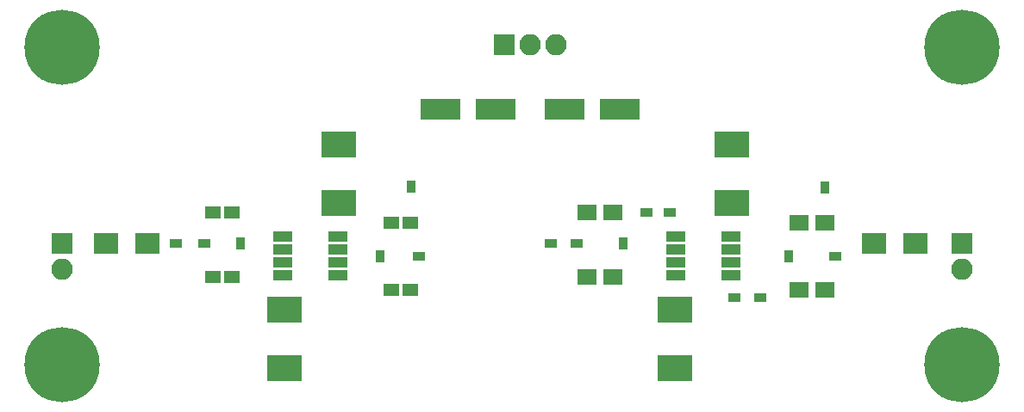
<source format=gts>
G04 #@! TF.FileFunction,Soldermask,Top*
%FSLAX46Y46*%
G04 Gerber Fmt 4.6, Leading zero omitted, Abs format (unit mm)*
G04 Created by KiCad (PCBNEW 4.0.6-e0-6349~53~ubuntu14.04.1) date Mon Jul  3 07:26:06 2017*
%MOMM*%
%LPD*%
G01*
G04 APERTURE LIST*
%ADD10C,0.100000*%
%ADD11C,7.400000*%
%ADD12R,1.600000X1.150000*%
%ADD13R,1.900000X1.650000*%
%ADD14R,3.400000X2.600000*%
%ADD15R,2.100000X2.100000*%
%ADD16O,2.100000X2.100000*%
%ADD17R,0.830000X0.680000*%
%ADD18R,0.680000X0.830000*%
%ADD19R,1.950000X1.000000*%
%ADD20R,3.900000X2.000000*%
%ADD21R,2.400000X2.000000*%
G04 APERTURE END LIST*
D10*
D11*
X196469000Y-115824000D03*
X196469000Y-84582000D03*
X108077000Y-115824000D03*
X108077000Y-84582000D03*
D12*
X122875000Y-100838000D03*
X124775000Y-100838000D03*
X142301000Y-101854000D03*
X140401000Y-101854000D03*
D13*
X159659000Y-100838000D03*
X162159000Y-100838000D03*
X182987000Y-101854000D03*
X180487000Y-101854000D03*
D14*
X135255000Y-99928000D03*
X135255000Y-94128000D03*
X173863000Y-99928000D03*
X173863000Y-94128000D03*
D12*
X122875000Y-107188000D03*
X124775000Y-107188000D03*
X142301000Y-108458000D03*
X140401000Y-108458000D03*
D13*
X159659000Y-107188000D03*
X162159000Y-107188000D03*
X182987000Y-108458000D03*
X180487000Y-108458000D03*
D14*
X129921000Y-110384000D03*
X129921000Y-116184000D03*
X168275000Y-110384000D03*
X168275000Y-116184000D03*
D15*
X151511000Y-84328000D03*
D16*
X154051000Y-84328000D03*
X156591000Y-84328000D03*
D15*
X108077000Y-103886000D03*
D16*
X108077000Y-106426000D03*
D15*
X196469000Y-103886000D03*
D16*
X196469000Y-106426000D03*
D17*
X125603000Y-103626000D03*
X125603000Y-104146000D03*
X139319000Y-104896000D03*
X139319000Y-105416000D03*
X163195000Y-103626000D03*
X163195000Y-104146000D03*
X179451000Y-104896000D03*
X179451000Y-105416000D03*
D18*
X118993000Y-103886000D03*
X119513000Y-103886000D03*
D17*
X142367000Y-98038000D03*
X142367000Y-98558000D03*
D18*
X155823000Y-103886000D03*
X156343000Y-103886000D03*
D17*
X183007000Y-98165000D03*
X183007000Y-98685000D03*
D18*
X122307000Y-103886000D03*
X121787000Y-103886000D03*
X142869000Y-105156000D03*
X143389000Y-105156000D03*
X158883000Y-103886000D03*
X158363000Y-103886000D03*
X183763000Y-105156000D03*
X184283000Y-105156000D03*
X165221000Y-100838000D03*
X165741000Y-100838000D03*
X176917000Y-109220000D03*
X176397000Y-109220000D03*
X167507000Y-100838000D03*
X168027000Y-100838000D03*
X174377000Y-109220000D03*
X173857000Y-109220000D03*
D19*
X129761000Y-103251000D03*
X129761000Y-104521000D03*
X129761000Y-105791000D03*
X129761000Y-107061000D03*
X135161000Y-107061000D03*
X135161000Y-105791000D03*
X135161000Y-104521000D03*
X135161000Y-103251000D03*
X168369000Y-103251000D03*
X168369000Y-104521000D03*
X168369000Y-105791000D03*
X168369000Y-107061000D03*
X173769000Y-107061000D03*
X173769000Y-105791000D03*
X173769000Y-104521000D03*
X173769000Y-103251000D03*
D20*
X145255000Y-90678000D03*
X150655000Y-90678000D03*
X157447000Y-90678000D03*
X162847000Y-90678000D03*
D21*
X112427000Y-103886000D03*
X116427000Y-103886000D03*
X187865000Y-103886000D03*
X191865000Y-103886000D03*
M02*

</source>
